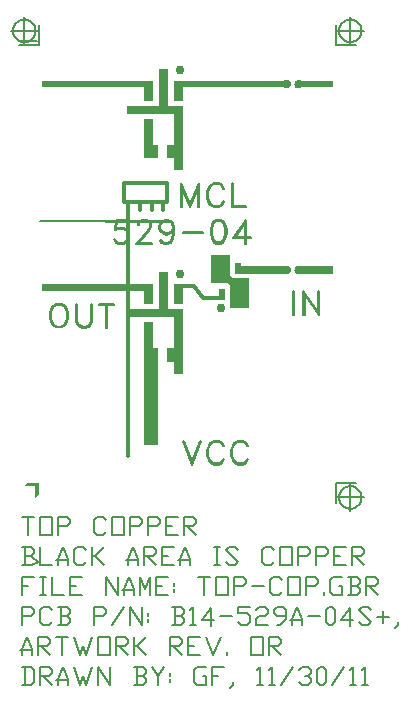
<source format=gbr>
G04 AutoGERB for AutoCAD 14/2000*
G04 RS274-X Output *
%FSLAX34Y34*%
%MOIN*%
%ADD12C,0.005000*%
%ADD13C,0.007000*%
%ADD14C,0.006667*%
%ADD15C,0.006250*%
%ADD16C,0.030000*%
%ADD17C,0.012488*%
%ADD18C,0.013000*%
%ADD19C,0.020000*%
%ADD20C,0.096000*%
G54D15*X10759Y15079D02*X10758Y15105D01*X10755Y15130*X10751Y15156*X10745Y15181*X10736Y15206*X10726Y15231*X10715Y15254*X10703Y15276*X10688Y15299*X10671Y15319*X10654Y15339*X10635Y15356*X10615Y15374*X10595Y15389*X10573Y15403*X10549Y15415*X10525Y15426*X10501Y15435*X10476Y15443*X10450Y15448*X10425Y15451*X10399Y15454*G54D15*X10384Y14704D02*X10410Y14705D01*X10436Y14708*X10461Y14711*X10488Y14718*X10511Y14726*X10536Y14736*X10560Y14748*X10583Y14760*X10604Y14775*X10624Y14791*X10644Y14809*X10661Y14828*X10679Y14846*X10694Y14868*X10708Y14890*X10720Y14913*X10731Y14936*X10740Y14961*X10748Y14986*X10753Y15011*X10756Y15038*X10759Y15064*G54D15*X10384Y15079D02*X10836Y15079D01*G54D15*X10009Y15079D02*X10010Y15053D01*X10013Y15026*X10018Y15001*X10024Y14975*X10031Y14951*X10041Y14926*X10053Y14903*X10065Y14880*X10080Y14859*X10096Y14838*X10114Y14819*X10133Y14800*X10153Y14784*X10174Y14769*X10195Y14755*X10219Y14743*X10243Y14731*X10266Y14723*X10291Y14715*X10318Y14710*X10343Y14706*X10369Y14704*G54D15*X10384Y15079D02*X10384Y14626D01*G54D15*X9900Y14600D02*X9900Y15271D01*G54D15*X9900Y14600D02*X10571Y14600D01*G54D15*X10384Y15454D02*X10358Y15453D01*X10331Y15450*X10306Y15445*X10281Y15439*X10256Y15431*X10231Y15421*X10209Y15410*X10186Y15398*X10164Y15383*X10144Y15366*X10124Y15349*X10106Y15330*X10089Y15310*X10074Y15289*X10060Y15268*X10048Y15244*X10036Y15220*X10028Y15196*X10020Y15171*X10015Y15145*X10011Y15120*X10009Y15094*G54D15*X10384Y15079D02*X9931Y15079D01*G54D15*X10384Y15079D02*X10384Y15531D01*G54D15*X-484Y15454D02*X-510Y15453D01*X-536Y15450*X-561Y15445*X-588Y15439*X-611Y15431*X-636Y15421*X-660Y15410*X-683Y15398*X-704Y15383*X-724Y15366*X-744Y15349*X-761Y15330*X-779Y15310*X-794Y15289*X-808Y15268*X-820Y15244*X-831Y15220*X-840Y15196*X-848Y15171*X-853Y15145*X-856Y15120*X-859Y15094*G54D15*X-859Y15079D02*X-858Y15053D01*X-855Y15026*X-851Y15001*X-845Y14975*X-836Y14951*X-826Y14926*X-815Y14903*X-803Y14880*X-788Y14859*X-771Y14838*X-754Y14819*X-735Y14800*X-715Y14784*X-695Y14769*X-673Y14755*X-649Y14743*X-625Y14731*X-60
1Y14723*X-576Y14715*X-550Y14710*X-525Y14706*X-499Y14704*G54D15*X-484Y15079D02*X-936Y15079D01*G54D15*X-484Y14704D02*X-458Y14705D01*X-431Y14708*X-406Y14711*X-381Y14718*X-356Y14726*X-331Y14736*X-309Y14748*X-286Y14760*X-264Y14775*X-244Y14791*X-224Y14809*X-206Y14828*X-189Y14846*X-174Y14868*X-160Y14890*X-148Y14913*X-136Y14936*X-128Y14961*X-120Y14986*X-115Y15011*X-111Y15038*X-109Y15064*G54D15*X-484Y15079D02*X-484Y14626D01*G54D15*X0Y14600D02*X0Y15271D01*G54D15*X0Y14600D02*X-671Y14600D01*G54D15*X-109Y15079D02*X-110Y15105D01*X-113Y15130*X-118Y15156*X-124Y15181*X-131Y15206*X-141Y15231*X-153Y15254*X-165Y15276*X-180Y15299*X-196Y15319*X-214Y15339*X-233Y15356*X-253Y15374*X-274Y15389*X-295Y15403*X-319Y15415*X-343Y15426*X-366Y15435*X-391Y15443*X-418Y15448*X-443Y15451*X-469Y15454*G54D15*X-484Y15079D02*X-31Y15079D01*G54D15*X-484Y15079D02*X-484Y15531D01*G54D15*X10384Y-104D02*X10358Y-105D01*X10331Y-108*X10306Y-111*X10281Y-118*X10256Y-126*X10231Y-136*X10209Y-148*X10186Y-160*X10164Y-175*X10144Y-191*X10124Y-209*X10106Y-228*X10089Y-246*X10074Y-268*X10060Y-290*X10048Y-313*X10036Y-336*X10028Y-361*X10020Y-386*X10015Y-411*X10011Y-438*X10009Y-464*G54D15*X10009Y-479D02*X10010Y-505D01*X10013Y-530*X10018Y-556*X10024Y-581*X10031Y-606*X10041Y-631*X10053Y-654*X10065Y-676*X10080Y-699*X10096Y-719*X10114Y-739*X10133Y-756*X10153Y-774*X10174Y-789*X10195Y-803*X10219Y-815*X10243Y-826*X10266Y-835*X10291Y-843*X10318Y-848*X10343Y-851*X10369Y-854*G54D15*X9900Y0D02*X10571Y0D01*G54D15*X10384Y-479D02*X9931Y-479D01*G54D15*X9900Y0D02*X9900Y-671D01*G54D15*X10384Y-854D02*X10410Y-853D01*X10436Y-850*X10461Y-845*X10488Y-839*X10511Y-831*X10536Y-821*X10560Y-810*X10583Y-798*X10604Y-783*X10624Y-766*X10644Y-749*X10661Y-730*X10679Y-710*X10694Y-689*X10708Y-668*X10720Y-644*X10731Y-620*X10740Y-596*X10748Y-571*X10753Y-545*X10756Y-520*X10759Y-494*G54D15*X10384Y-479D02*X10384Y-931D01*G54D15*X10759Y-479D02*X10758Y-453D01*X10755Y-426*X10751Y-401*X10745Y-375*X10736Y-351*X10726Y-326*X10715Y-303*X10703Y-280*X10688Y-259*X10671Y-238*X10654Y
-219*X10635Y-200*X10615Y-184*X10595Y-169*X10573Y-155*X10549Y-143*X10525Y-131*X10501Y-123*X10476Y-115*X10450Y-110*X10425Y-106*X10399Y-104*G54D15*X10384Y-479D02*X10836Y-479D01*G54D15*X10384Y-479D02*X10384Y-26D01*G36*X-390Y0D02*X-495Y-113D01*X-113Y-113*X-113Y-495*X0Y-390*X0Y0*X-390Y0*G37*G36*X9800Y7225D02*X9800Y6975D01*X8727Y6975*X8718Y6971*X8709Y6967*X8700Y6965*X8690Y6962*X8680Y6961*X8671Y6960*X8661Y6960*X8651Y6961*X8642Y6962*X8632Y6964*X8623Y6966*X8613Y6969*X8604Y6973*X8596Y6978*X8587Y6983*X8579Y6988*X8572Y6994*X8565Y7001*X8558Y7008*X8552Y7016*X8546Y7024*X8541Y7032*X8537Y7041*X8533Y7050*X8530Y7059*X8527Y7068*X8526Y7078*X8524Y7088*X8524Y7097*X8524Y7107*X8525Y7117*X8526Y7126*X8528Y7136*X8531Y7145*X8535Y7154*X8539Y7163*X8543Y7172*X8549Y7180*X8555Y7188*X8561Y7195*X8568Y7202*X8575Y7208*X8583Y7214*X8591Y7220*X8600Y7224*X8608Y7229*X8617Y7232*X8627Y7235*X8636Y7237*X8646Y7239*X8655Y7240*X8665Y7240*X8675Y7240*X8685Y7238*X8694Y7237*X8704Y7234*X8713Y7231*X8727Y7225*X9800Y7225*G37*G36*X8201Y7225D02*X6729Y7225D01*X6729Y7345*X6529Y7345*X6529Y6975*X8201Y6975*X8210Y6971*X8219Y6967*X8228Y6965*X8237Y6962*X8247Y6961*X8257Y6960*X8267Y6960*X8276Y6961*X8286Y6962*X8295Y6964*X8305Y6966*X8314Y6969*X8323Y6973*X8332Y6978*X8340Y6983*X8348Y6988*X8356Y6994*X8363Y7001*X8369Y7008*X8376Y7016*X8381Y7024*X8386Y7032*X8391Y7041*X8394Y7050*X8398Y7059*X8400Y7068*X8402Y7078*X8403Y7088*X8404Y7097*X8404Y7107*X8403Y7117*X8401Y7126*X8399Y7136*X8396Y7145*X8393Y7154*X8389Y7163*X8384Y7172*X8379Y7180*X8373Y7188*X8367Y7195*X8360Y7202*X8352Y7208*X8345Y7214*X8336Y7220*X8328Y7224*X8319Y7229*X8310Y7232*X8301Y7235*X8291Y7237*X8282Y7239*X8272Y7240*X8262Y7240*X8253Y7240*X8243Y7238*X8233Y7237*X8224Y7234*X8215Y7231*X8201Y7225*G37*G36*X5511Y6235D02*X5216Y6630D01*X4495Y6630*X4495Y5970*X4805Y5970*X4805Y6500*X5151Y6500*X5445Y6105*X6219Y6105*X6219Y6475*X6019Y6475*X6019Y6235*X5511Y6235*G37*G54D16*X6069Y5840D03*G36*X7019Y6820D02*X7019Y5825D01*X6369Y5825*X6369Y6590*X6279Y6680*X5729Y6680*X5729Y7600*X6379Y7600*X6379Y6910*X6469Y6820*X7
019Y6820*G37*G36*X3805Y13410D02*X100Y13410D01*X100Y13190*X3495Y13190*X3495Y12750*X3805Y12750*X3805Y13410*G37*G36*X3805Y6630D02*X100Y6630D01*X100Y6410*X3495Y6410*X3495Y5970*X3805Y5970*X3805Y6630*G37*G54D16*X4705Y13760D03*G54D16*X4705Y6980D03*G36*X3995Y7030D02*X3995Y5800D01*X2950Y5800*X2950Y5530*X4495Y5530*X4495Y4500*X4270Y4500*X4270Y4040*X4495Y4040*X4495Y3640*X4805Y3640*X4805Y5800*X4305Y5800*X4305Y7030*X3995Y7030*G37*G36*X3495Y1270D02*X3970Y1270D01*X3970Y4500*X3805Y4500*X3805Y5360*X3495Y5360*X3495Y1270*G37*G36*X3495Y10820D02*X3495Y12140D01*X3805Y12140*X3805Y11280*X3970Y11280*X3970Y10820*X3495Y10820*G37*G36*X8177Y13190D02*X8185Y13184D01*X8193Y13179*X8202Y13174*X8211Y13170*X8220Y13167*X8229Y13164*X8239Y13162*X8248Y13161*X8258Y13160*X8268Y13160*X8278Y13161*X8287Y13162*X8297Y13164*X8306Y13167*X8315Y13170*X8324Y13174*X8333Y13178*X8341Y13183*X8349Y13189*X8357Y13195*X8364Y13202*X8370Y13209*X8376Y13217*X8382Y13225*X8387Y13233*X8391Y13242*X8395Y13251*X8398Y13260*X8400Y13270*X8402Y13279*X8403Y13289*X8404Y13299*X8403Y13308*X8403Y13318*X8401Y13328*X8399Y13337*X8396Y13346*X8392Y13355*X8388Y13364*X8383Y13373*X8378Y13381*X8372Y13389*X8366Y13396*X8359Y13403*X8351Y13409*X8344Y13415*X8335Y13420*X8327Y13425*X8318Y13429*X8309Y13433*X8300Y13435*X8290Y13437*X8280Y13439*X8271Y13440*X8261Y13440*X8251Y13439*X8242Y13438*X8232Y13436*X8223Y13434*X8213Y13431*X8204Y13427*X8196Y13422*X8187Y13417*X8177Y13410*X4495Y13410*X4495Y12750*X4805Y12750*X4805Y13190*X8177Y13190*G37*G36*X3995Y13810D02*X3995Y12580D01*X2950Y12580*X2950Y12310*X4495Y12310*X4495Y11280*X4270Y11280*X4270Y10820*X4495Y10820*X4495Y10420*X4805Y10420*X4805Y12580*X4305Y12580*X4305Y13810*X3995Y13810*G37*G36*X9800Y13410D02*X9800Y13190D01*X8750Y13190*X8742Y13184*X8734Y13179*X8726Y13174*X8717Y13170*X8708Y13167*X8698Y13164*X8689Y13162*X8679Y13161*X8669Y13160*X8660Y13160*X8650Y13161*X8640Y13162*X8631Y13164*X8621Y13167*X8612Y13170*X8603Y13174*X8595Y13178*X8586Y13183*X8578Y13189*X8571Y13195*X8564Y13202*X8557Y13209*X8551Y13217*X8546Y13225*X8541Y132
33*X8536Y13242*X8533Y13251*X8530Y13260*X8527Y13270*X8525Y13279*X8524Y13289*X8524Y13299*X8524Y13308*X8525Y13318*X8526Y13328*X8529Y13337*X8532Y13346*X8535Y13355*X8539Y13364*X8544Y13373*X8549Y13381*X8555Y13389*X8562Y13396*X8569Y13403*X8576Y13409*X8584Y13415*X8592Y13420*X8601Y13425*X8609Y13429*X8619Y13433*X8628Y13435*X8637Y13437*X8647Y13439*X8657Y13440*X8666Y13440*X8676Y13439*X8686Y13438*X8695Y13436*X8705Y13434*X8714Y13431*X8723Y13427*X8732Y13422*X8740Y13417*X8750Y13410*X9800Y13410*G37*G54D13*X2565Y8777D02*X2527Y8434D01*G54D13*X2603Y8738D02*X2565Y8472D01*G54D13*X2565Y8777D02*X2946Y8777D01*X2946Y8738*G54D13*X2603Y8738D02*X2946Y8738D01*G54D13*X2565Y8472D02*X2679Y8510D01*X2794Y8510*X2908Y8472*X2984Y8396*X3022Y8281*X3022Y8205*X2984Y8091*X2908Y8015*X2794Y7977*X2679Y7977*X2565Y8015*X2527Y8053*X2495Y8129*X2533Y8129*G54D13*X2533Y8434D02*X2572Y8434D01*X2648Y8465*X2800Y8465*X2914Y8427*X2991Y8313*G54D13*X2838Y8465D02*X2952Y8389D01*X2991Y8275*X2991Y8199*X2952Y8084*X2838Y8008*G54D13*X2991Y8160D02*X2914Y8046D01*X2800Y8008*X2686Y8008*X2572Y8046*X2540Y8122*G54D13*X2654Y8008D02*X2540Y8084D01*G54D13*X3302Y8586D02*X3302Y8624D01*X3333Y8700*X3372Y8738*X3448Y8770*X3600Y8770*X3676Y8738*X3714Y8700*X3746Y8624*X3746Y8548*X3714Y8472*X3638Y8357*X3295Y7977*G54D13*X3295Y8586D02*X3333Y8586D01*X3333Y8624*X3365Y8700*X3441Y8732*X3594Y8732*X3670Y8700*X3701Y8624*X3701Y8548*X3670Y8472*X3594Y8357*X3251Y7977*G54D13*X3289Y8015D02*X3784Y8015D01*X3784Y7977*G54D13*X3251Y7977D02*X3784Y7977D01*G54D13*X4470Y8396D02*X4394Y8319D01*X4279Y8281*X4241Y8281*X4127Y8319*X4051Y8396*X4013Y8510*X4013Y8548*X4051Y8662*X4127Y8738*X4241Y8777*X4279Y8777*X4394Y8738*X4470Y8662*X4508Y8510*X4508Y8319*X4470Y8129*X4394Y8015*X4279Y7977*X4203Y7977*X4089Y8015*X4057Y8091*X4095Y8091*X4127Y8015*G54D13*X4470Y8510D02*X4432Y8396D01*X4317Y8319*G54D13*X4470Y8472D02*X4394Y8357D01*X4279Y8319*X4241Y8319*X4127Y8357*X4051Y8472*G54D13*X4203Y8319D02*X4089Y8396D01*X4051Y8510*X4051Y8548*X4089Y8662*X4203Y8738*G54D13*X4051Y8586D02*X4127Y8700D01*X4241Y8738*X42
79Y8738*X4394Y8700*X4470Y8586*G54D13*X4317Y8738D02*X4432Y8662D01*X4470Y8510*X4470Y8319*X4432Y8129*X4355Y8015*G54D13*X4394Y8053D02*X4279Y8015D01*X4203Y8015*X4089Y8053*G54D13*X4813Y8357D02*X5460Y8357D01*X5460Y8319*G54D13*X4813Y8357D02*X4813Y8319D01*X5460Y8319*G54D13*X5955Y8777D02*X5841Y8738D01*X5765Y8624*X5727Y8434*X5727Y8319*X5765Y8129*X5841Y8015*X5955Y7977*X6032Y7977*X6146Y8015*X6222Y8129*X6260Y8319*X6260Y8434*X6222Y8624*X6146Y8738*X6032Y8777*X5955Y8777*G54D13*X5879Y8745D02*X5803Y8631D01*X5765Y8440*X5765Y8326*X5803Y8135*X5879Y8021*G54D13*X5841Y8059D02*X5955Y8021D01*X6032Y8021*X6146Y8059*G54D13*X6108Y8021D02*X6184Y8135D01*X6222Y8326*X6222Y8440*X6184Y8631*X6108Y8745*G54D13*X6146Y8707D02*X6032Y8745D01*X5955Y8745*X5841Y8707*G54D13*X6870Y8662D02*X6870Y7977D01*X6908Y7977*G54D13*X6908Y8777D02*X6908Y7977D01*G54D13*X6908Y8777D02*X6489Y8167D01*X7060Y8167*G54D13*X6870Y8662D02*X6527Y8167D01*G54D13*X6527Y8205D02*X7060Y8205D01*X7060Y8167*G54D13*X598Y5976D02*X522Y5944D01*X446Y5868*X414Y5792*X376Y5677*X376Y5487*X414Y5373*X446Y5296*X522Y5220*X598Y5189*X751Y5189*X827Y5220*X903Y5296*X935Y5373*X973Y5487*X973Y5677*X935Y5792*X903Y5868*X827Y5944*X751Y5976*X598Y5976*G54D13*X636Y5937D02*X522Y5899D01*X446Y5785*X408Y5671*X408Y5480*X446Y5366*X522Y5252*X636Y5214*X713Y5214*X827Y5252*X903Y5366*X941Y5480*X941Y5671*X903Y5785*X827Y5899*X713Y5937*X636Y5937*G54D13*X1246Y5976D02*X1246Y5404D01*X1284Y5290*X1360Y5214*X1475Y5176*X1551Y5176*X1665Y5214*X1741Y5290*X1779Y5404*X1779Y5976*G54D13*X1246Y5976D02*X1284Y5976D01*X1284Y5404*X1322Y5290*X1360Y5252*X1475Y5214*X1551Y5214*X1665Y5252*X1703Y5290*X1741Y5404*X1741Y5976*X1779Y5976*G54D13*X2236Y5937D02*X2236Y5176D01*G54D13*X2275Y5937D02*X2275Y5176D01*X2236Y5176*G54D13*X2008Y5976D02*X2503Y5976D01*X2503Y5937*G54D13*X2008Y5976D02*X2008Y5937D01*X2503Y5937*G54D17*X3764Y9104D02*X3764Y9364D01*G54D17*X4155Y9104D02*X4155Y9364D01*G54D17*X3569Y10014D02*X2854Y10014D01*X2854Y9364*X3569Y9364*X4285Y9364*X4285Y10014*X3569Y10014*G54D17*X3374Y9104D02*X3374Y9364D01*G54D17*X2984Y910
4D02*X2984Y9364D01*G54D13*X4729Y9996D02*X4729Y9196D01*G54D13*X4767Y9805D02*X4767Y9196D01*X4729Y9196*G54D13*X4767Y9805D02*X5034Y9196D01*G54D13*X4729Y9996D02*X5034Y9310D01*G54D13*X5338Y9996D02*X5034Y9310D01*G54D13*X5300Y9805D02*X5034Y9196D01*G54D13*X5300Y9805D02*X5300Y9196D01*X5338Y9196*G54D13*X5338Y9996D02*X5338Y9196D01*G54D13*X6177Y9805D02*X6145Y9881D01*X6069Y9957*X5993Y9989*X5840Y9989*X5764Y9957*X5688Y9881*X5656Y9805*X5618Y9691*X5618Y9500*X5656Y9386*X5688Y9310*X5764Y9234*X5840Y9202*X5993Y9202*X6069Y9234*X6145Y9310*X6177Y9386*G54D13*X6177Y9805D02*X6138Y9805D01*X6107Y9881*X6069Y9919*X5993Y9951*X5840Y9951*X5764Y9919*X5688Y9805*X5650Y9691*X5650Y9500*X5688Y9386*X5764Y9272*X5840Y9240*X5993Y9240*X6069Y9272*X6107Y9310*X6138Y9386*X6177Y9386*G54D13*X6443Y9996D02*X6443Y9196D01*G54D13*X6443Y9996D02*X6481Y9996D01*X6481Y9234*X6900Y9234*X6900Y9196*G54D13*X6443Y9196D02*X6900Y9196D01*G54D13*X4808Y1409D02*X5112Y610D01*G54D13*X4808Y1409D02*X4846Y1410D01*X5112Y724*G54D13*X5417Y1410D02*X5379Y1409D01*X5112Y724*G54D13*X5417Y1410D02*X5112Y610D01*G54D13*X6179Y1219D02*X6148Y1295D01*X6071Y1371*X5995Y1403*X5843Y1403*X5767Y1371*X5690Y1295*X5659Y1219*X5621Y1105*X5621Y914*X5659Y800*X5690Y724*X5767Y648*X5843Y616*X5995Y616*X6071Y648*X6148Y724*X6179Y800*G54D13*X6179Y1219D02*X6141Y1219D01*X6109Y1295*X6071Y1333*X5995Y1365*X5843Y1365*X5767Y1333*X5690Y1219*X5652Y1105*X5652Y914*X5690Y800*X5767Y686*X5843Y654*X5995Y654*X6071Y686*X6109Y724*X6141Y800*X6179Y800*G54D13*X6979Y1219D02*X6948Y1295D01*X6871Y1371*X6795Y1403*X6643Y1403*X6567Y1371*X6490Y1295*X6459Y1219*X6421Y1105*X6421Y914*X6459Y800*X6490Y724*X6567Y648*X6643Y616*X6795Y616*X6871Y648*X6948Y724*X6979Y800*G54D13*X6979Y1219D02*X6941Y1219D01*X6909Y1295*X6871Y1333*X6795Y1365*X6643Y1365*X6567Y1333*X6490Y1219*X6452Y1105*X6452Y914*X6490Y800*X6567Y686*X6643Y654*X6795Y654*X6871Y686*X6909Y724*X6941Y800*X6979Y800*G54D13*X8478Y6390D02*X8478Y5590D01*X8516Y5590*G54D13*X8478Y6390D02*X8516Y6390D01*X8516Y5590*G54D13*X8821Y6390D02*X8821Y5590D01*G54D13*X8859Y6275D02*X8859
Y5590D01*X8821Y5590*G54D13*X8859Y6275D02*X9354Y5590D01*G54D13*X8821Y6390D02*X9316Y5704D01*G54D13*X9316Y6390D02*X9316Y5704D01*G54D13*X9316Y6390D02*X9354Y6390D01*X9354Y5590*G54D13*X-558Y-1138D02*X-158Y-1138D01*G54D13*X-358Y-1138D02*X-358Y-1738D01*G54D13*X42Y-1738D02*X42Y-1138D01*X441Y-1138*X442Y-1738*X42Y-1738*G54D13*X642Y-1738D02*X642Y-1138D01*X942Y-1138*X1042Y-1239*X1042Y-1339*X942Y-1439*X642Y-1439*G54D13*X2242Y-1638D02*X2142Y-1738D01*X1942Y-1738*X1842Y-1638*X1842Y-1238*X1942Y-1138*X2142Y-1138*X2242Y-1238*G54D13*X2442Y-1738D02*X2442Y-1138D01*X2842Y-1138*X2842Y-1738*X2442Y-1738*G54D13*X3042Y-1738D02*X3042Y-1139D01*X3342Y-1138*X3442Y-1239*X3442Y-1339*X3342Y-1439*X3042Y-1439*G54D13*X3642Y-1738D02*X3642Y-1139D01*X3942Y-1138*X4042Y-1239*X4042Y-1339*X3942Y-1439*X3642Y-1439*G54D13*X4242Y-1738D02*X4242Y-1138D01*X4642Y-1138*G54D13*X4242Y-1438D02*X4442Y-1438D01*G54D13*X4242Y-1738D02*X4642Y-1738D01*G54D13*X4842Y-1738D02*X4842Y-1138D01*X5142Y-1138*X5242Y-1239*X5242Y-1339*X5142Y-1439*X4842Y-1439*G54D13*X4942Y-1439D02*X5242Y-1738D01*G54D13*X-558Y-4738D02*X-558Y-4138D01*X-258Y-4138*X-158Y-4239*X-159Y-4339*X-258Y-4439*X-558Y-4439*G54D13*X442Y-4638D02*X342Y-4738D01*X142Y-4738*X42Y-4638*X42Y-4238*X142Y-4138*X342Y-4138*X442Y-4238*G54D13*X642Y-4738D02*X942Y-4738D01*X1042Y-4638*X1042Y-4538*X941Y-4438*X742Y-4438*G54D13*X941Y-4438D02*X1042Y-4338D01*X1042Y-4238*X942Y-4138*X642Y-4138*G54D13*X742Y-4138D02*X742Y-4738D01*G54D13*X1842Y-4738D02*X1842Y-4138D01*X2142Y-4138*X2242Y-4239*X2242Y-4339*X2142Y-4439*X1842Y-4439*G54D13*X2442Y-4738D02*X2842Y-4138D01*G54D13*X3042Y-4738D02*X3042Y-4139D01*X3442Y-4738*X3442Y-4138*G54D13*X3642Y-4338D02*X3642Y-4439D01*G54D13*X3642Y-4538D02*X3642Y-4639D01*G54D13*X4442Y-4738D02*X4742Y-4738D01*X4842Y-4638*X4842Y-4538*X4742Y-4438*X4542Y-4438*G54D13*X4742Y-4438D02*X4842Y-4338D01*X4842Y-4238*X4742Y-4138*X4442Y-4138*G54D13*X4542Y-4138D02*X4542Y-4738D01*G54D13*X5042Y-4238D02*X5142Y-4138D01*X5142Y-4738*G54D13*X5042Y-4738D02*X5242Y-4738D01*G54D13*X5842Y-4573D02*X5442Y-4573
D01*X5741Y-4173*X5742Y-4772*G54D13*X6042Y-4438D02*X6442Y-4438D01*G54D13*X6642Y-4639D02*X6742Y-4738D01*X6942Y-4738*X7042Y-4639*X7042Y-4439*X6942Y-4338*X6642Y-4338*X6642Y-4138*X7042Y-4138*G54D13*X7242Y-4239D02*X7342Y-4138D01*X7542Y-4138*X7642Y-4238*X7642Y-4338*X7542Y-4439*X7342Y-4439*X7242Y-4539*X7242Y-4738*X7642Y-4738*G54D13*X7942Y-4738D02*X8042Y-4738D01*X8242Y-4538*X8242Y-4238*X8142Y-4138*X7942Y-4138*X7842Y-4238*X7842Y-4338*X7941Y-4438*X8242Y-4438*G54D13*X8442Y-4738D02*X8442Y-4538D01*X8607Y-4138*X8773Y-4538*X8773Y-4738*G54D13*X8373Y-4573D02*X8773Y-4573D01*G54D13*X8973Y-4438D02*X9373Y-4438D01*G54D13*X9673Y-4738D02*X9573Y-4638D01*X9573Y-4238*X9673Y-4138*X9773Y-4138*X9873Y-4238*X9873Y-4638*X9773Y-4738*X9673Y-4738*G54D13*X10473Y-4573D02*X10073Y-4573D01*X10373Y-4173*X10373Y-4772*G54D13*X10673Y-4638D02*X10773Y-4738D01*X10973Y-4738*X11073Y-4639*X10673Y-4238*X10773Y-4138*X10973Y-4138*X11073Y-4238*G54D13*X11473Y-4656D02*X11473Y-4256D01*G54D13*X11673Y-4456D02*X11273Y-4456D01*G54D13*X11973Y-4638D02*X11973Y-4738D01*X11873Y-4837*G54D13*X-558Y-5738D02*X-558Y-5538D01*X-393Y-5138*X-227Y-5539*X-227Y-5738*G54D13*X-626Y-5573D02*X-227Y-5573D01*G54D13*X-27Y-5738D02*X-27Y-5138D01*X273Y-5138*X373Y-5239*X373Y-5339*X273Y-5439*X-27Y-5439*G54D13*X73Y-5439D02*X373Y-5738D01*G54D13*X573Y-5138D02*X973Y-5138D01*G54D13*X773Y-5138D02*X773Y-5738D01*G54D13*X1173Y-5138D02*X1373Y-5738D01*X1473Y-5438*X1573Y-5738*X1773Y-5138*G54D13*X1973Y-5738D02*X1973Y-5138D01*X2373Y-5138*X2373Y-5738*X1973Y-5738*G54D13*X2573Y-5738D02*X2573Y-5138D01*X2873Y-5138*X2973Y-5239*X2973Y-5339*X2873Y-5439*X2573Y-5439*G54D13*X2673Y-5439D02*X2973Y-5738D01*G54D13*X3173Y-5738D02*X3173Y-5138D01*G54D13*X3573Y-5138D02*X3273Y-5439D01*X3173Y-5439*G54D13*X3273Y-5439D02*X3573Y-5738D01*G54D13*X4373Y-5738D02*X4373Y-5138D01*X4673Y-5138*X4773Y-5239*X4773Y-5339*X4673Y-5439*X4373Y-5439*G54D13*X4473Y-5439D02*X4773Y-5738D01*G54D13*X4973Y-5738D02*X4973Y-5138D01*X5373Y-5138*G54D13*X4973Y-5438D02*X5173Y-5438D01*G54D13*X4973Y-5738D02*X5373Y-5738D01*G54D
13*X5573Y-5138D02*X5821Y-5738D01*X6070Y-5138*G54D13*X6270Y-5738D02*X6270Y-5638D01*G54D13*X7070Y-5738D02*X7070Y-5138D01*X7470Y-5138*X7470Y-5738*X7070Y-5738*G54D13*X7670Y-5738D02*X7670Y-5138D01*X7970Y-5138*X8070Y-5239*X8070Y-5339*X7970Y-5439*X7670Y-5439*G54D13*X7770Y-5439D02*X8070Y-5738D01*G54D13*X-558Y-6738D02*X-258Y-6738D01*X-158Y-6638*X-158Y-6238*X-259Y-6138*X-558Y-6138*G54D13*X-458Y-6138D02*X-458Y-6738D01*G54D13*X42Y-6738D02*X42Y-6138D01*X342Y-6138*X442Y-6239*X442Y-6339*X342Y-6439*X42Y-6439*G54D13*X142Y-6439D02*X442Y-6738D01*G54D13*X642Y-6738D02*X642Y-6538D01*X807Y-6138*X973Y-6538*X973Y-6738*G54D13*X573Y-6573D02*X973Y-6573D01*G54D13*X1173Y-6138D02*X1373Y-6738D01*X1473Y-6438*X1573Y-6738*X1773Y-6138*G54D13*X1973Y-6738D02*X1973Y-6138D01*X2373Y-6738*X2373Y-6138*G54D13*X3173Y-6738D02*X3473Y-6738D01*X3573Y-6638*X3573Y-6538*X3473Y-6438*X3273Y-6438*G54D13*X3473Y-6438D02*X3573Y-6338D01*X3573Y-6238*X3473Y-6138*X3173Y-6138*G54D13*X3273Y-6138D02*X3273Y-6738D01*G54D13*X3773Y-6138D02*X3973Y-6438D01*X3973Y-6738*G54D13*X3973Y-6438D02*X4173Y-6138D01*G54D13*X4373Y-6339D02*X4373Y-6438D01*G54D13*X4373Y-6538D02*X4373Y-6638D01*G54D13*X5473Y-6438D02*X5573Y-6438D01*X5573Y-6738*X5273Y-6738*X5173Y-6638*X5173Y-6238*X5273Y-6138*X5573Y-6138*G54D13*X5773Y-6738D02*X5773Y-6138D01*X6173Y-6138*G54D13*X5773Y-6438D02*X5973Y-6439D01*G54D13*X6473Y-6638D02*X6473Y-6738D01*X6373Y-6837*G54D13*X7273Y-6238D02*X7373Y-6138D01*X7373Y-6738*G54D13*X7273Y-6738D02*X7473Y-6738D01*G54D13*X7673Y-6238D02*X7773Y-6138D01*X7773Y-6738*G54D13*X7673Y-6738D02*X7873Y-6738D01*G54D13*X8073Y-6738D02*X8473Y-6138D01*G54D13*X8673Y-6238D02*X8773Y-6138D01*X8973Y-6138*X9073Y-6238*X9073Y-6338*X8973Y-6439*X8873Y-6439*G54D13*X8973Y-6439D02*X9073Y-6539D01*X9073Y-6639*X8973Y-6738*X8773Y-6738*X8673Y-6639*G54D13*X9373Y-6738D02*X9273Y-6638D01*X9273Y-6238*X9373Y-6138*X9473Y-6138*X9573Y-6238*X9573Y-6638*X9473Y-6738*X9373Y-6738*G54D13*X9773Y-6738D02*X10173Y-6138D01*G54D13*X10373Y-6238D02*X10473Y-6138D01*X10473Y-6738*G54D13*X10373Y-6738D02*X10573
Y-6738D01*G54D13*X10773Y-6238D02*X10873Y-6138D01*X10873Y-6738*G54D13*X10773Y-6738D02*X10973Y-6738D01*G54D13*X-558Y-3738D02*X-558Y-3138D01*X-158Y-3138*G54D13*X-558Y-3438D02*X-358Y-3438D01*G54D13*X42Y-3138D02*X242Y-3138D01*G54D13*X142Y-3138D02*X142Y-3738D01*G54D13*X42Y-3738D02*X242Y-3738D01*G54D13*X441Y-3138D02*X442Y-3738D01*X842Y-3738*G54D13*X1042Y-3738D02*X1042Y-3138D01*X1442Y-3138*G54D13*X1042Y-3438D02*X1242Y-3439D01*G54D13*X1042Y-3738D02*X1442Y-3738D01*G54D13*X2242Y-3738D02*X2242Y-3138D01*X2642Y-3738*X2642Y-3138*G54D13*X2842Y-3738D02*X2842Y-3539D01*X3007Y-3138*X3173Y-3538*X3173Y-3738*G54D13*X2773Y-3573D02*X3173Y-3573D01*G54D13*X3373Y-3738D02*X3373Y-3138D01*X3539Y-3538*X3704Y-3138*X3704Y-3738*G54D13*X3904Y-3738D02*X3904Y-3138D01*X4304Y-3138*G54D13*X3904Y-3439D02*X4104Y-3438D01*G54D13*X3904Y-3738D02*X4304Y-3738D01*G54D13*X4504Y-3339D02*X4504Y-3438D01*G54D13*X4504Y-3538D02*X4504Y-3638D01*G54D13*X5304Y-3138D02*X5704Y-3138D01*G54D13*X5504Y-3138D02*X5504Y-3738D01*G54D13*X5904Y-3738D02*X5904Y-3138D01*X6304Y-3138*X6304Y-3738*X5904Y-3738*G54D13*X6504Y-3738D02*X6504Y-3138D01*X6804Y-3139*X6904Y-3239*X6904Y-3339*X6804Y-3439*X6504Y-3439*G54D13*X7104Y-3438D02*X7504Y-3438D01*G54D13*X8104Y-3638D02*X8004Y-3738D01*X7804Y-3738*X7704Y-3638*X7704Y-3238*X7804Y-3138*X8004Y-3138*X8104Y-3238*G54D13*X8304Y-3738D02*X8304Y-3138D01*X8704Y-3139*X8704Y-3738*X8304Y-3738*G54D13*X8904Y-3738D02*X8904Y-3138D01*X9204Y-3138*X9304Y-3239*X9304Y-3339*X9204Y-3439*X8904Y-3439*G54D13*X9504Y-3738D02*X9504Y-3638D01*G54D13*X10004Y-3438D02*X10104Y-3438D01*X10104Y-3738*X9804Y-3738*X9704Y-3638*X9704Y-3238*X9804Y-3138*X10104Y-3138*G54D13*X10304Y-3738D02*X10604Y-3738D01*X10704Y-3638*X10704Y-3538*X10604Y-3438*X10404Y-3438*G54D13*X10604Y-3438D02*X10704Y-3338D01*X10704Y-3238*X10604Y-3138*X10304Y-3138*G54D13*X10404Y-3138D02*X10404Y-3738D01*G54D13*X10904Y-3738D02*X10904Y-3138D01*X11204Y-3138*X11304Y-3239*X11304Y-3339*X11204Y-3439*X10904Y-3439*G54D13*X11004Y-3439D02*X11304Y-3738D01*G54D13*X-558Y-2738D02*X-258Y-2738D01*X-
158Y-2638*X-158Y-2538*X-258Y-2438*X-459Y-2438*G54D13*X-258Y-2438D02*X-158Y-2338D01*X-158Y-2238*X-258Y-2138*X-558Y-2138*G54D13*X-459Y-2138D02*X-458Y-2738D01*G54D13*X42Y-2138D02*X42Y-2738D01*X442Y-2738*G54D13*X642Y-2738D02*X642Y-2538D01*X807Y-2138*X973Y-2538*X973Y-2738*G54D13*X573Y-2573D02*X973Y-2573D01*G54D13*X1573Y-2638D02*X1473Y-2738D01*X1273Y-2738*X1173Y-2638*X1173Y-2238*X1273Y-2138*X1473Y-2138*X1573Y-2238*G54D13*X1773Y-2738D02*X1773Y-2138D01*G54D13*X2173Y-2138D02*X1873Y-2439D01*X1773Y-2439*G54D13*X1873Y-2439D02*X2173Y-2738D01*G54D13*X2973Y-2738D02*X2973Y-2538D01*X3139Y-2138*X3304Y-2538*X3304Y-2738*G54D13*X2904Y-2573D02*X3304Y-2573D01*G54D13*X3504Y-2738D02*X3504Y-2138D01*X3804Y-2139*X3904Y-2239*X3904Y-2339*X3804Y-2439*X3504Y-2439*G54D13*X3604Y-2439D02*X3904Y-2738D01*G54D13*X4104Y-2738D02*X4104Y-2138D01*X4504Y-2138*G54D13*X4104Y-2438D02*X4304Y-2439D01*G54D13*X4104Y-2738D02*X4504Y-2738D01*G54D13*X4704Y-2738D02*X4704Y-2538D01*X4870Y-2138*X5036Y-2538*X5036Y-2738*G54D13*X4636Y-2573D02*X5036Y-2573D01*G54D13*X5836Y-2138D02*X6036Y-2138D01*G54D13*X5936Y-2138D02*X5936Y-2738D01*G54D13*X5836Y-2738D02*X6036Y-2738D01*G54D13*X6236Y-2638D02*X6336Y-2738D01*X6536Y-2738*X6636Y-2638*X6236Y-2238*X6336Y-2138*X6536Y-2138*X6636Y-2238*G54D13*X7836Y-2638D02*X7736Y-2738D01*X7536Y-2738*X7436Y-2638*X7436Y-2239*X7536Y-2138*X7736Y-2138*X7836Y-2238*G54D13*X8036Y-2738D02*X8036Y-2138D01*X8436Y-2139*X8436Y-2738*X8036Y-2738*G54D13*X8636Y-2738D02*X8636Y-2138D01*X8936Y-2138*X9036Y-2239*X9036Y-2339*X8936Y-2439*X8636Y-2439*G54D13*X9236Y-2738D02*X9236Y-2138D01*X9536Y-2138*X9636Y-2239*X9636Y-2339*X9536Y-2439*X9236Y-2439*G54D13*X9836Y-2738D02*X9836Y-2138D01*X10236Y-2139*G54D13*X9836Y-2438D02*X10036Y-2438D01*G54D13*X9836Y-2738D02*X10236Y-2738D01*G54D13*X10436Y-2738D02*X10436Y-2138D01*X10736Y-2139*X10836Y-2239*X10836Y-2339*X10736Y-2439*X10436Y-2439*G54D13*X10536Y-2439D02*X10836Y-2738D01*M02*

	THIS DOCUMENT AND ITS CONTENTS ARE OWNED BY, AND ARE
THE CONFIDENTIAL AND PROPRIETARY INFORMATION OF, MINI-CIRCUITS
("CONFIDENTIAL INFORMATION") AND MINI-CIRCUITS RESERVES ALL
DESIGN, USE, MANUFACTURING AND REPRODUCTION RIGHTS THERETO.
UNLESS OTHERWISE EXPRESSLY AGREED TO IN WRITING BY MINI-
CIRCUITS, THE CONFIDENTIAL INFROMATION WILL: (i) BE USED BY MINI-
CIRCUITS' VENDORS, VENDEES, OR THE UNITED STATES GOVERNMENT
("RECEIVING PARTY") SOLELY TO PROMOTE THE COMMERCIAL
RELATIONSHIP BETWEEN RECEIVING PARTY AND MINI-CIRCUITS
("PURPOSE") AND THEN ONLY TO THE EXTENT SPECIFIED BY MINI-
CIRCUITS; (ii) NOT BE USED FOR ANY OTHER PURPOSE AND NOT BE USED
IN ANY WAY DETRIMENTAL TO MINI-CIRCUITS OR TO COMPETE AGAINST
MINI-CIRCUITS; AND (iii) BE KEPT CONFIDENTIAL BY THE RECEIVING PARTY
AND RECEIVING PARTY AGREES NOT TO DISCLOSE THE CONFIDENTIAL
INFORMATION TO ANY THIRD PARTY.

</source>
